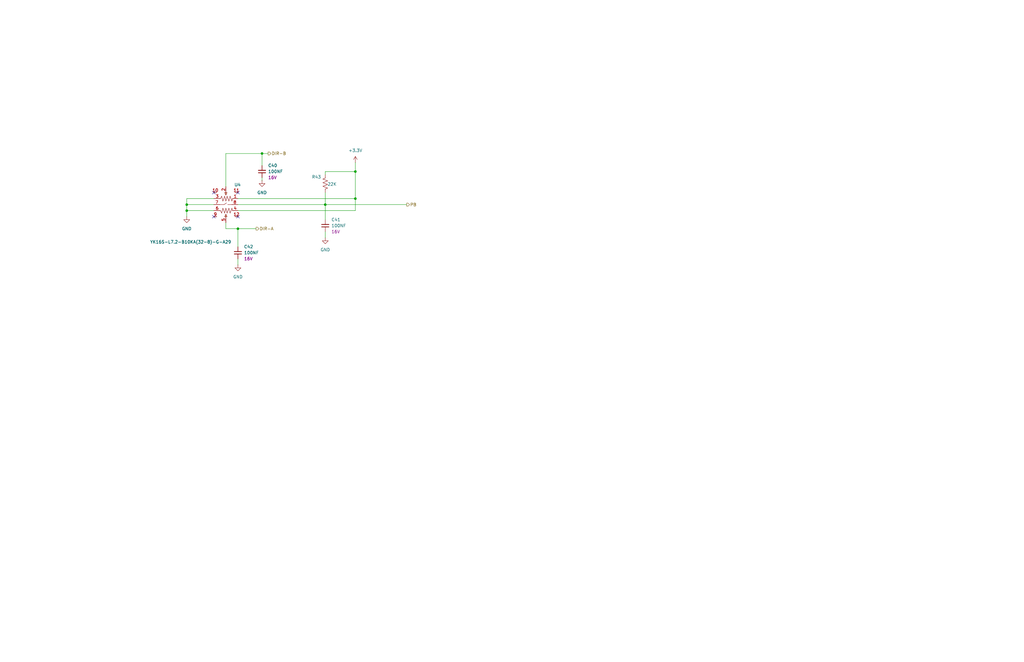
<source format=kicad_sch>
(kicad_sch (version 20250114) (generator "eeschema") (generator_version "9.0")
  (paper "USLedger")
  (title_block (title "RC-KAKATA-CONTROL") (date "2025-12-01") (rev "1.0") (company "ITLA-HUB"))
  (lib_symbols
    (symbol "EasyEDA:YK16S-L7.2-B10KA(32-8)-G-A29"
      (property "Reference" "U" (at 0 10.16 0))
      (property "Value" "YK16S-L7.2-B10KA(32-8)-G-A29" (at 0 -15.24 0))
      (symbol "YK16S-L7.2-B10KA(32-8)-G-A29_0_1"
        (polyline (pts (xy -2.54 -2.54) (xy -0.76 -2.54) (xy 0.25 -1.78)))
        (polyline (pts (xy -2.29 0) (xy -1.78 1.02)))
        (polyline (pts (xy -2.29 -5.08) (xy -1.78 -6.1)))
        (polyline (pts (xy -1.78 1.02) (xy -1.27 -1.02)))
        (polyline (pts (xy -1.78 -6.1) (xy -1.27 -4.06)))
        (polyline (pts (xy -1.27 -1.02) (xy -0.51 1.02)))
        (polyline (pts (xy -1.27 -4.06) (xy -0.51 -6.1)))
        (polyline (pts (xy -0.51 2.54) (xy 0 1.52) (xy 0.51 2.54) (xy -0.51 2.54)) (fill (type background)))
        (polyline (pts (xy -0.51 1.02) (xy 0 -1.02)))
        (polyline (pts (xy -0.51 -6.1) (xy 0 -4.06)))
        (polyline (pts (xy -0.51 -7.62) (xy 0 -6.6) (xy 0.51 -7.62) (xy -0.51 -7.62)) (fill (type background)))
        (polyline (pts (xy 0 2.54) (xy 0 1.52)))
        (polyline (pts (xy 0 -1.02) (xy 0.51 1.02)))
        (polyline (pts (xy 0 -4.06) (xy 0.51 -6.1)))
        (polyline (pts (xy 0 -7.62) (xy 0 -6.6)))
        (polyline (pts (xy 0.51 1.02) (xy 1.27 -1.02)))
        (polyline (pts (xy 0.51 -6.1) (xy 1.27 -4.06)))
        (polyline (pts (xy 1.27 -1.02) (xy 1.78 1.02)))
        (polyline (pts (xy 1.27 -4.06) (xy 1.78 -6.1)))
        (polyline (pts (xy 1.78 1.02) (xy 2.54 -1.02)))
        (polyline (pts (xy 1.78 -6.1) (xy 2.54 -4.06)))
        (polyline (pts (xy 2.54 -1.02) (xy 2.79 0)))
        (polyline (pts (xy 2.54 -4.06) (xy 2.79 -5.08)))
        (polyline (pts (xy 2.79 -2.54) (xy 0.76 -2.54)))
      )
      (symbol "YK16S-L7.2-B10KA(32-8)-G-A29_1_1"
        (pin unspecified line (at -5.08 2.54 0) (length 1.27) (name "") (number "10"))
        (pin unspecified line (at -5.08 0 0) (length 2.794) (name "") (number "3"))
        (pin unspecified line (at -5.08 -2.54 0) (length 2.54) (name "") (number "7"))
        (pin unspecified line (at -5.08 -5.08 0) (length 2.794) (name "") (number "6"))
        (pin unspecified line (at -5.08 -7.62 0) (length 1.27) (name "") (number "9"))
        (pin unspecified line (at 0 5.08 270) (length 2.54) (name "") (number "2"))
        (pin unspecified line (at 0 -10.16 90) (length 2.54) (name "") (number "5"))
        (pin unspecified line (at 5.08 2.54 180) (length 1.27) (name "") (number "11"))
        (pin unspecified line (at 5.08 0 180) (length 2.286) (name "") (number "1"))
        (pin unspecified line (at 5.08 -2.54 180) (length 2.54) (name "") (number "8"))
        (pin unspecified line (at 5.08 -5.08 180) (length 2.286) (name "") (number "4"))
        (pin unspecified line (at 5.08 -7.62 180) (length 1.27) (name "") (number "12"))
      )
    )
    (symbol "MG_CAPACITOR:CAP-0603-100NF-16V-X5R" (pin_numbers (hide yes)) (pin_names (offset 0.254) (hide yes))
      (property "Reference" "C" (at 1.905 1.27 0))
      (property "Value" "100NF" (at 4.826 -0.508 0))
      (property "V" "16V" (at 3.556 -2.54 0))
      (symbol "CAP-0603-100NF-16V-X5R_0_1"
        (polyline (pts (xy -1.524 0.508) (xy 1.524 0.508)) (stroke (width 0.3048)))
        (polyline (pts (xy -1.524 -0.508) (xy 1.524 -0.508)) (stroke (width 0.3302)))
      )
      (symbol "CAP-0603-100NF-16V-X5R_1_1"
        (pin passive line (at 0 2.54 270) (length 2.032) (name "~") (number "1"))
        (pin passive line (at 0 -2.54 90) (length 2.032) (name "~") (number "2"))
      )
    )
    (symbol "MG_RESISTOR:RES-0603-10K-1%" (pin_numbers (hide yes)) (pin_names (offset 0))
      (property "Reference" "R" (at 2.54 0 90))
      (property "Value" "10K" (at -2.54 0 90))
      (symbol "RES-0603-10K-1%_0_1"
        (polyline (pts (xy 0 2.286) (xy 0 2.54)))
        (polyline (pts (xy 0 2.286) (xy 1.016 1.905) (xy 0 1.524) (xy -1.016 1.143) (xy 0 0.762)))
        (polyline (pts (xy 0 0.762) (xy 1.016 0.381) (xy 0 0) (xy -1.016 -0.381) (xy 0 -0.762)))
        (polyline (pts (xy 0 -0.762) (xy 1.016 -1.143) (xy 0 -1.524) (xy -1.016 -1.905) (xy 0 -2.286)))
        (polyline (pts (xy 0 -2.286) (xy 0 -2.54)))
      )
      (symbol "RES-0603-10K-1%_1_1"
        (pin passive line (at 0 3.81 270) (length 1.27) (name "~") (number "1"))
        (pin passive line (at 0 -3.81 90) (length 1.27) (name "~") (number "2"))
      )
    )
    (symbol "power:+3.3V" (power) (pin_numbers (hide yes)) (pin_names (offset 0) (hide yes))
      (property "Value" "+3.3V" (at 0 3.556 0))
      (symbol "+3.3V_0_1"
        (polyline (pts (xy -0.762 1.27) (xy 0 2.54)))
        (polyline (pts (xy 0 2.54) (xy 0.762 1.27)))
        (polyline (pts (xy 0 0) (xy 0 2.54)))
      )
      (symbol "+3.3V_1_1"
        (pin power_in line (at 0 0 90) (length 0) (name "~") (number "1"))
      )
    )
    (symbol "power:GND" (power) (pin_numbers (hide yes)) (pin_names (offset 0) (hide yes))
      (property "Value" "GND" (at 0 -3.81 0))
      (symbol "GND_0_1"
        (polyline (pts (xy 0 0) (xy 0 -1.27) (xy 1.27 -1.27) (xy 0 -2.54) (xy -1.27 -1.27) (xy 0 -1.27)))
      )
      (symbol "GND_1_1"
        (pin power_in line (at 0 0 270) (length 0) (name "~") (number "1"))
      )
    )
  )
  (junction (at 137.16 86.36))
  (junction (at 110.49 64.77))
  (junction (at 149.86 83.82))
  (junction (at 100.33 96.52))
  (junction (at 78.74 86.36))
  (junction (at 78.74 88.9))
  (junction (at 149.86 72.39))
  (no_connect (at 100.33 81.28))
  (no_connect (at 90.17 91.44))
  (no_connect (at 100.33 91.44))
  (no_connect (at 90.17 81.28))
  (wire (pts (xy 137.16 97.79) (xy 137.16 100.33)))
  (wire (pts (xy 90.17 88.9) (xy 78.74 88.9)))
  (wire (pts (xy 110.49 74.93) (xy 110.49 76.2)))
  (wire (pts (xy 110.49 64.77) (xy 110.49 69.85)))
  (wire (pts (xy 100.33 109.22) (xy 100.33 111.76)))
  (wire (pts (xy 137.16 81.28) (xy 137.16 86.36)))
  (wire (pts (xy 78.74 83.82) (xy 78.74 86.36)))
  (wire (pts (xy 95.25 78.74) (xy 95.25 64.77)))
  (wire (pts (xy 100.33 88.9) (xy 149.86 88.9)))
  (wire (pts (xy 137.16 73.66) (xy 137.16 72.39)))
  (wire (pts (xy 95.25 64.77) (xy 110.49 64.77)))
  (wire (pts (xy 100.33 86.36) (xy 137.16 86.36)))
  (wire (pts (xy 95.25 93.98) (xy 95.25 96.52)))
  (wire (pts (xy 137.16 72.39) (xy 149.86 72.39)))
  (wire (pts (xy 95.25 96.52) (xy 100.33 96.52)))
  (wire (pts (xy 100.33 96.52) (xy 100.33 104.14)))
  (wire (pts (xy 100.33 96.52) (xy 107.95 96.52)))
  (wire (pts (xy 149.86 88.9) (xy 149.86 83.82)))
  (wire (pts (xy 149.86 68.58) (xy 149.86 72.39)))
  (wire (pts (xy 110.49 64.77) (xy 113.03 64.77)))
  (wire (pts (xy 137.16 86.36) (xy 137.16 92.71)))
  (wire (pts (xy 90.17 86.36) (xy 78.74 86.36)))
  (wire (pts (xy 100.33 83.82) (xy 149.86 83.82)))
  (wire (pts (xy 137.16 86.36) (xy 171.45 86.36)))
  (wire (pts (xy 78.74 88.9) (xy 78.74 91.44)))
  (wire (pts (xy 90.17 83.82) (xy 78.74 83.82)))
  (wire (pts (xy 149.86 72.39) (xy 149.86 83.82)))
  (wire (pts (xy 78.74 86.36) (xy 78.74 88.9)))
  (hierarchical_label "PB" (shape output) (at 171.45 86.36 0))
  (hierarchical_label "DIR-A" (shape output) (at 107.95 96.52 0))
  (hierarchical_label "DIR-B" (shape output) (at 113.03 64.77 0))
  (symbol (lib_id "power:GND") (at 100.33 111.76 0) (unit 1)
    (property "Reference" "#PWR110" (effects (hide yes)))
    (property "Value" "GND" (at 100.33 116.84 0))
    (property "Description" "Power symbol creates a global label with name \"GND\" , ground" (effects (hide yes)))
  )
  (symbol (lib_id "MG_CAPACITOR:CAP-0603-100NF-16V-X5R") (at 137.16 95.25 180) (unit 1)
    (property "Reference" "C41" (at 139.7 92.7035 0) (effects (justify right)))
    (property "Value" "100NF" (at 139.7 95.2435 0) (effects (justify right)))
    (property "Footprint" "4ms_Capacitor:C_0603" (effects (hide yes)))
    (property "Description" "0.1uF, Min. 16V 10%, X7R or X5R or similar" (effects (hide yes)))
    (property "Specifications" "0.1uF, Min. 16V 10%, X7R or X5R or similar" (effects (hide yes)))
    (property "Manufacturer" "AVX Corporation" (effects (hide yes)))
    (property "Part Number" "0603YC104KAT2A" (effects (hide yes)))
    (property "Display" "0.1uF" (effects (hide yes)))
    (property "JLCPCB ID" "C14663" (effects (hide yes)))
    (property "V" "16V" (at 139.7 97.7835 0) (effects (justify right)))
    (property "LCSC Part" "C109474" (effects (hide yes)))
  )
  (symbol (lib_id "MG_CAPACITOR:CAP-0603-100NF-16V-X5R") (at 100.33 106.68 180) (unit 1)
    (property "Reference" "C42" (at 102.87 104.1335 0) (effects (justify right)))
    (property "Value" "100NF" (at 102.87 106.6735 0) (effects (justify right)))
    (property "Footprint" "4ms_Capacitor:C_0603" (effects (hide yes)))
    (property "Description" "0.1uF, Min. 16V 10%, X7R or X5R or similar" (effects (hide yes)))
    (property "Specifications" "0.1uF, Min. 16V 10%, X7R or X5R or similar" (effects (hide yes)))
    (property "Manufacturer" "AVX Corporation" (effects (hide yes)))
    (property "Part Number" "0603YC104KAT2A" (effects (hide yes)))
    (property "Display" "0.1uF" (effects (hide yes)))
    (property "JLCPCB ID" "C14663" (effects (hide yes)))
    (property "V" "16V" (at 102.87 109.2135 0) (effects (justify right)))
    (property "LCSC Part" "C109474" (effects (hide yes)))
  )
  (symbol (lib_id "power:GND") (at 137.16 100.33 0) (unit 1)
    (property "Reference" "#PWR108" (effects (hide yes)))
    (property "Value" "GND" (at 137.16 105.41 0))
    (property "Description" "Power symbol creates a global label with name \"GND\" , ground" (effects (hide yes)))
  )
  (symbol (lib_id "power:GND") (at 110.49 76.2 0) (unit 1)
    (property "Reference" "#PWR109" (effects (hide yes)))
    (property "Value" "GND" (at 110.49 81.28 0))
    (property "Description" "Power symbol creates a global label with name \"GND\" , ground" (effects (hide yes)))
  )
  (symbol (lib_id "MG_RESISTOR:RES-0603-10K-1%") (at 137.16 77.47 0) (mirror y) (unit 1)
    (property "Reference" "R43" (at 135.382 74.676 0) (effects (justify left)))
    (property "Value" "22K" (at 141.986 77.724 0) (effects (justify left)))
    (property "Footprint" "4ms_Resistor:R_0603" (effects (hide yes)))
    (property "Description" "Resistor, US symbol" (effects (hide yes)))
    (property "TOL" "1%" (effects (hide yes)))
    (property "PWR" "1/10" (effects (hide yes)))
    (property "Part Number" "RC0603FR-0710KL" (effects (hide yes)))
    (property "Manufacturer" "YAGEO" (effects (hide yes)))
    (property "Footprint Name" "0603" (effects (hide yes)))
    (property "LCSC Part" "C114065" (effects (hide yes)))
  )
  (symbol (lib_id "power:GND") (at 78.74 91.44 0) (unit 1)
    (property "Reference" "#PWR106" (effects (hide yes)))
    (property "Value" "GND" (at 78.74 96.52 0))
    (property "Description" "Power symbol creates a global label with name \"GND\" , ground" (effects (hide yes)))
  )
  (symbol (lib_id "EasyEDA:YK16S-L7.2-B10KA(32-8)-G-A29") (at 95.25 83.82 0) (unit 1)
    (property "Reference" "U4" (at 98.806 77.978 0) (effects (justify left)))
    (property "Value" "YK16S-L7.2-B10KA(32-8)-G-A29" (at 63.246 102.108 0) (effects (justify left)))
    (property "Footprint" "EasyEDA:JOYTICK-TH_YF16S-FL7.2-B5KB-45-10-Y_1" (effects (hide yes)))
    (property "LCSC Part" "C37323746" (effects (hide yes)))
  )
  (symbol (lib_id "power:+3.3V") (at 149.86 68.58 0) (unit 1)
    (property "Reference" "#PWR107" (effects (hide yes)))
    (property "Value" "+3.3V" (at 149.86 63.5 0))
    (property "Description" "Power symbol creates a global label with name \"+3.3V\"" (effects (hide yes)))
  )
  (symbol (lib_id "MG_CAPACITOR:CAP-0603-100NF-16V-X5R") (at 110.49 72.39 180) (unit 1)
    (property "Reference" "C40" (at 113.03 69.8435 0) (effects (justify right)))
    (property "Value" "100NF" (at 113.03 72.3835 0) (effects (justify right)))
    (property "Footprint" "4ms_Capacitor:C_0603" (effects (hide yes)))
    (property "Description" "0.1uF, Min. 16V 10%, X7R or X5R or similar" (effects (hide yes)))
    (property "Specifications" "0.1uF, Min. 16V 10%, X7R or X5R or similar" (effects (hide yes)))
    (property "Manufacturer" "AVX Corporation" (effects (hide yes)))
    (property "Part Number" "0603YC104KAT2A" (effects (hide yes)))
    (property "Display" "0.1uF" (effects (hide yes)))
    (property "JLCPCB ID" "C14663" (effects (hide yes)))
    (property "V" "16V" (at 113.03 74.9235 0) (effects (justify right)))
    (property "LCSC Part" "C109474" (effects (hide yes)))
  )
)
</source>
